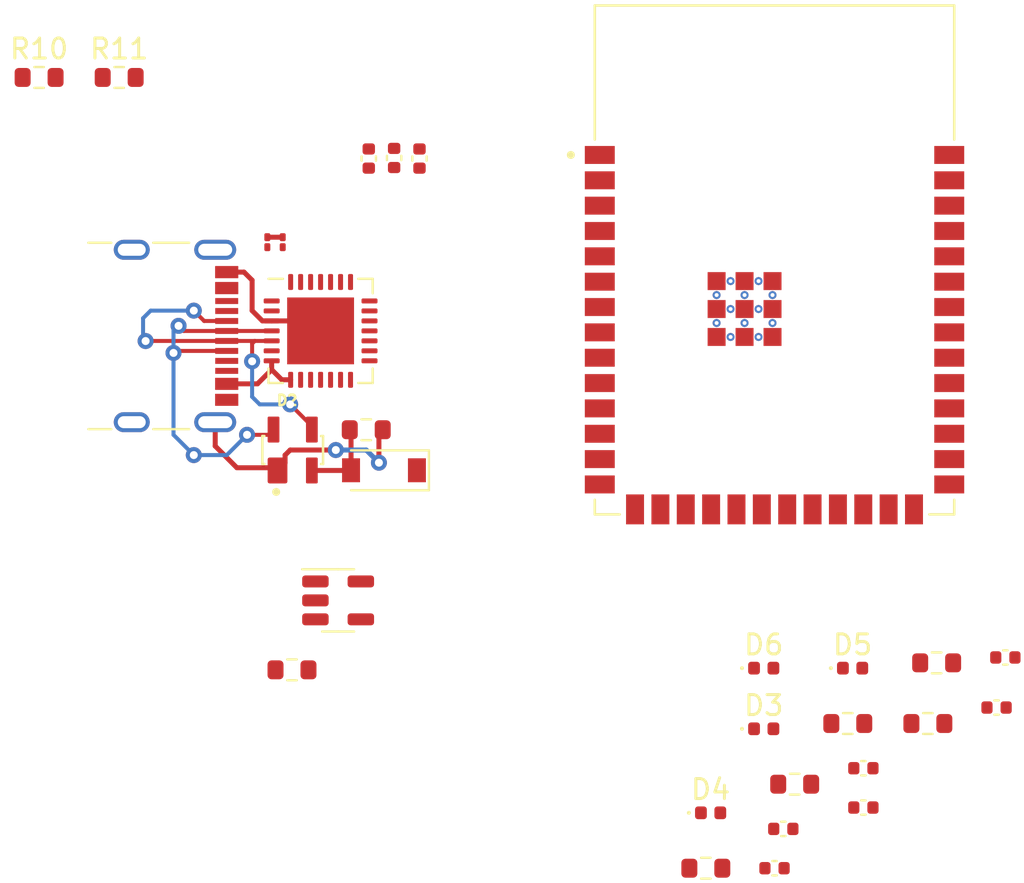
<source format=kicad_pcb>
(kicad_pcb (version 20211014) (generator pcbnew)
  (layers (0 "F.Cu" signal) (1 "In1.Cu" signal) (2 "In2.Cu" signal) (31 "B.Cu" signal) (34 "B.Paste" user) (35 "F.Paste" user) (36 "B.SilkS" user "B.Silkscreen") (37 "F.SilkS" user "F.Silkscreen") (38 "B.Mask" user) (39 "F.Mask" user) (44 "Edge.Cuts" user))
  (net 0 "")
  (net 1 "USB_VDD")
  (net 2 "3v3")
  (net 3 "DTR")
  (net 25 "Net-(C4-Pad1)")
  (net 26 "Net-(C7-Pad1)")
  (net 42 "Net-(J1-PadA5)")
  (net 43 "Net-(J1-PadB5)")
  (net 44 "USB_D-")
  (net 45 "USB_D+")
  (net 46 "TXT")
  (net 47 "VBUS")
  (net 48 "Net-(R3-Pad2)")
  (net 50 "Net-(D3-Pad2)")
  (net 51 "RXT")
  (net 52 "Net-(D4-Pad2)")
  (net 53 "Net-(D5-Pad2)")
  (net 54 "Net-(D6-Pad2)")
  (net 55 "Net-(R5-Pad1)")
  (net 56 "USB_TXD")
  (net 57 "USB_RXD")
  (net 72 "Net-(Q1-Pad1)")
  (net 74 "RTS")
  (net 75 "Net-(Q2-Pad1)")
  (net 76 "EN")
  (footprint "LED_SMD:LED_0402_1005Metric" (layer "F.Cu") (at 83.28 83.955)
    (fp_text reference "D6" (at 0 -1.17) (layer "F.SilkS"))
    (fp_text value "LED")
    (fp_circle (center -1.09 0) (end -1.04 0) (layer "F.SilkS") (width 0.1) (fill none))
    (pad "1" smd roundrect (at -0.485 0) (size 0.59 0.64) (layers "F.Cu" "F.Paste" "F.Mask") (net 1 "USB_VDD"))
    (pad "2" smd roundrect (at 0.485 0) (size 0.59 0.64) (layers "F.Cu" "F.Paste" "F.Mask") (net 54 "Net-(D6-Pad2)"))
  )
  (footprint "Resistor_SMD:R_0603_1608Metric" (layer "F.Cu") (at 59.655 84.04)
    (fp_text reference "R3" hide)
    (fp_text value "100k" hide)
    (fp_line (start -0.237258 -0.5225) (end 0.237258 -0.5225) (layer "F.SilkS") (width 0.12))
    (fp_line (start -0.237258 0.5225) (end 0.237258 0.5225) (layer "F.SilkS") (width 0.12))
    (pad "1" smd roundrect (at -0.825 0) (size 0.8 0.95) (layers "F.Cu" "F.Paste" "F.Mask") (net 26 "Net-(C7-Pad1)"))
    (pad "2" smd roundrect (at 0.825 0) (size 0.8 0.95) (layers "F.Cu" "F.Paste" "F.Mask") (net 48 "Net-(R3-Pad2)"))
  )
  (footprint "Resistor_SMD:R_0603_1608Metric" (layer "F.Cu") (at 46.99 54.356)
    (fp_text reference "R10" (at 0 -1.43) (layer "F.SilkS"))
    (fp_text value "100k")
    (fp_line (start -0.237258 0.5225) (end 0.237258 0.5225) (layer "F.SilkS") (width 0.12))
    (fp_line (start -0.237258 -0.5225) (end 0.237258 -0.5225) (layer "F.SilkS") (width 0.12))
    (pad "1" smd roundrect (at -0.825 0) (size 0.8 0.95) (layers "F.Cu" "F.Paste" "F.Mask") (net 3 "DTR"))
    (pad "2" smd roundrect (at 0.825 0) (size 0.8 0.95) (layers "F.Cu" "F.Paste" "F.Mask") (net 72 "Net-(Q1-Pad1)"))
  )
  (footprint "Capacitor_SMD:C_0402_1005Metric" (layer "F.Cu") (at 94.94 85.93)
    (fp_text reference "C9" hide)
    (fp_text value "1uf" hide)
    (fp_line (start -0.107836 -0.36) (end 0.107836 -0.36) (layer "F.SilkS") (width 0.12))
    (fp_line (start -0.107836 0.36) (end 0.107836 0.36) (layer "F.SilkS") (width 0.12))
    (pad "1" smd roundrect (at -0.48 0) (size 0.56 0.62) (layers "F.Cu" "F.Paste" "F.Mask") (net 47 "VBUS"))
    (pad "2" smd roundrect (at 0.48 0) (size 0.56 0.62) (layers "F.Cu" "F.Paste" "F.Mask") (net 1 "USB_VDD"))
  )
  (footprint "SP0503BAHTG:SOT143" (layer "F.Cu") (at 59.69 73.025)
    (fp_text reference "D2" (at -0.280513 -2.488546) (layer "F.SilkS") (effects (font (size 0.512749 0.512749))))
    (fp_text value "SP0503BAHTG")
    (fp_line (start 1.52 -0.7) (end 1.52 0.7) (layer "F.SilkS") (width 0.127))
    (fp_line (start -1.52 0.7) (end -1.42 0.7) (layer "F.SilkS") (width 0.127))
    (fp_line (start 1.52 -0.7) (end 1.42 -0.7) (layer "F.SilkS") (width 0.127))
    (fp_line (start -1.52 -0.7) (end -1.52 0.7) (layer "F.SilkS") (width 0.127))
    (fp_line (start 1.52 0.7) (end 1.42 0.7) (layer "F.SilkS") (width 0.127))
    (fp_line (start -1.52 -0.7) (end -1.42 -0.7) (layer "F.SilkS") (width 0.127))
    (fp_circle (center -0.827 2.1) (end -0.727 2.1) (layer "F.SilkS") (width 0.2) (fill none))
    (pad "1" smd roundrect locked (at -0.76 1.025) (size 0.99 1.3) (layers "F.Cu" "F.Paste" "F.Mask") (roundrect_rratio 0.1) (net 1 "USB_VDD"))
    (pad "2" smd roundrect locked (at 0.96 1.025) (size 0.59 1.3) (layers "F.Cu" "F.Paste" "F.Mask") (roundrect_rratio 0.1) (net 47 "VBUS"))
    (pad "3" smd roundrect locked (at 0.96 -1.025) (size 0.59 1.3) (layers "F.Cu" "F.Paste" "F.Mask") (roundrect_rratio 0.1) (net 44 "USB_D-"))
    (pad "4" smd roundrect locked (at -0.96 -1.025) (size 0.59 1.3) (layers "F.Cu" "F.Paste" "F.Mask") (roundrect_rratio 0.1) (net 45 "USB_D+"))
  )
  (footprint "Capacitor_SMD:C_0402_1005Metric" (layer "F.Cu") (at 88.27 88.97)
    (fp_text reference "C5" hide)
    (fp_text value "0.1uf" hide)
    (fp_line (start -0.107836 -0.36) (end 0.107836 -0.36) (layer "F.SilkS") (width 0.12))
    (fp_line (start -0.107836 0.36) (end 0.107836 0.36) (layer "F.SilkS") (width 0.12))
    (pad "1" smd roundrect (at -0.48 0) (size 0.56 0.62) (layers "F.Cu" "F.Paste" "F.Mask") (net 1 "USB_VDD"))
    (pad "2" smd roundrect (at 0.48 0) (size 0.56 0.62) (layers "F.Cu" "F.Paste" "F.Mask") (net 47 "VBUS"))
  )
  (footprint "Package_TO_SOT_SMD:SOT-23-5" (layer "F.Cu") (at 61.965 80.56)
    (fp_text reference "U2" hide)
    (fp_text value "AP2112K-3.3" hide)
    (fp_line (start 0 -1.56) (end 0.8 -1.56) (layer "F.SilkS") (width 0.12))
    (fp_line (start 0 1.56) (end 0.8 1.56) (layer "F.SilkS") (width 0.12))
    (fp_line (start 0 -1.56) (end -1.8 -1.56) (layer "F.SilkS") (width 0.12))
    (fp_line (start 0 1.56) (end -0.8 1.56) (layer "F.SilkS") (width 0.12))
    (pad "1" smd roundrect (at -1.1375 -0.95) (size 1.325 0.6) (layers "F.Cu" "F.Paste" "F.Mask") (net 26 "Net-(C7-Pad1)"))
    (pad "2" smd roundrect (at -1.1375 0) (size 1.325 0.6) (layers "F.Cu" "F.Paste" "F.Mask") (net 1 "USB_VDD"))
    (pad "3" smd roundrect (at -1.1375 0.95) (size 1.325 0.6) (layers "F.Cu" "F.Paste" "F.Mask") (net 48 "Net-(R3-Pad2)"))
    (pad "4" smd roundrect (at 1.1375 0.95) (size 1.325 0.6) (layers "F.Cu" "F.Paste" "F.Mask"))
    (pad "5" smd roundrect (at 1.1375 -0.95) (size 1.325 0.6) (layers "F.Cu" "F.Paste" "F.Mask") (net 2 "3v3"))
  )
  (footprint "Capacitor_SMD:C_0402_1005Metric" (layer "F.Cu") (at 83.82 93.98)
    (fp_text reference "C4" hide)
    (fp_text value "0.1uf" hide)
    (fp_line (start -0.107836 0.36) (end 0.107836 0.36) (layer "F.SilkS") (width 0.12))
    (fp_line (start -0.107836 -0.36) (end 0.107836 -0.36) (layer "F.SilkS") (width 0.12))
    (pad "1" smd roundrect (at -0.48 0) (size 0.56 0.62) (layers "F.Cu" "F.Paste" "F.Mask") (net 25 "Net-(C4-Pad1)"))
    (pad "2" smd roundrect (at 0.48 0) (size 0.56 0.62) (layers "F.Cu" "F.Paste" "F.Mask") (net 1 "USB_VDD"))
  )
  (footprint "Resistor_SMD:R_01005_0402Metric" (layer "F.Cu") (at 59.19 62.611 90)
    (fp_text reference "R2" hide)
    (fp_text value "5k1" hide)
    (pad "1" smd roundrect (at -0.25 0 90) (size 0.4 0.3) (layers "F.Cu" "F.Mask") (net 43 "Net-(J1-PadB5)"))
    (pad "2" smd roundrect (at 0.25 0 90) (size 0.4 0.3) (layers "F.Cu" "F.Mask") (net 1 "USB_VDD"))
  )
  (footprint "LED_SMD:LED_0402_1005Metric" (layer "F.Cu") (at 80.62 91.205)
    (fp_text reference "D4" (at 0 -1.17) (layer "F.SilkS"))
    (fp_text value "LED")
    (fp_circle (center -1.09 0) (end -1.04 0) (layer "F.SilkS") (width 0.1) (fill none))
    (pad "1" smd roundrect (at -0.485 0) (size 0.59 0.64) (layers "F.Cu" "F.Paste" "F.Mask") (net 51 "RXT"))
    (pad "2" smd roundrect (at 0.485 0) (size 0.59 0.64) (layers "F.Cu" "F.Paste" "F.Mask") (net 52 "Net-(D4-Pad2)"))
  )
  (footprint "Capacitor_SMD:C_0402_1005Metric" (layer "F.Cu") (at 84.26 92.01)
    (fp_text reference "C8" hide)
    (fp_text value "10uf" hide)
    (fp_line (start -0.107836 0.36) (end 0.107836 0.36) (layer "F.SilkS") (width 0.12))
    (fp_line (start -0.107836 -0.36) (end 0.107836 -0.36) (layer "F.SilkS") (width 0.12))
    (pad "1" smd roundrect (at -0.48 0) (size 0.56 0.62) (layers "F.Cu" "F.Paste" "F.Mask") (net 2 "3v3"))
    (pad "2" smd roundrect (at 0.48 0) (size 0.56 0.62) (layers "F.Cu" "F.Paste" "F.Mask") (net 1 "USB_VDD"))
  )
  (footprint "Capacitor_SMD:C_0402_1005Metric" (layer "F.Cu") (at 64.77 58.39 90)
    (fp_text reference "C2" hide)
    (fp_text value "1uf" hide)
    (fp_line (start -0.107836 0.36) (end 0.107836 0.36) (layer "F.SilkS") (width 0.12))
    (fp_line (start -0.107836 -0.36) (end 0.107836 -0.36) (layer "F.SilkS") (width 0.12))
    (pad "1" smd roundrect (at -0.48 0 90) (size 0.56 0.62) (layers "F.Cu" "F.Paste" "F.Mask") (net 2 "3v3"))
    (pad "2" smd roundrect (at 0.48 0 90) (size 0.56 0.62) (layers "F.Cu" "F.Paste" "F.Mask") (net 1 "USB_VDD"))
  )
  (footprint "Resistor_SMD:R_0603_1608Metric" (layer "F.Cu") (at 91.94 83.69)
    (fp_text reference "R6" hide)
    (fp_text value "1k1" hide)
    (fp_line (start -0.237258 0.5225) (end 0.237258 0.5225) (layer "F.SilkS") (width 0.12))
    (fp_line (start -0.237258 -0.5225) (end 0.237258 -0.5225) (layer "F.SilkS") (width 0.12))
    (pad "1" smd roundrect (at -0.825 0) (size 0.8 0.95) (layers "F.Cu" "F.Paste" "F.Mask") (net 50 "Net-(D3-Pad2)"))
    (pad "2" smd roundrect (at 0.825 0) (size 0.8 0.95) (layers "F.Cu" "F.Paste" "F.Mask") (net 1 "USB_VDD"))
  )
  (footprint "Resistor_SMD:R_0603_1608Metric" (layer "F.Cu") (at 87.49 86.73)
    (fp_text reference "R8" hide)
    (fp_text value "1k1" hide)
    (fp_line (start -0.237258 0.5225) (end 0.237258 0.5225) (layer "F.SilkS") (width 0.12))
    (fp_line (start -0.237258 -0.5225) (end 0.237258 -0.5225) (layer "F.SilkS") (width 0.12))
    (pad "1" smd roundrect (at -0.825 0) (size 0.8 0.95) (layers "F.Cu" "F.Paste" "F.Mask") (net 53 "Net-(D5-Pad2)"))
    (pad "2" smd roundrect (at 0.825 0) (size 0.8 0.95) (layers "F.Cu" "F.Paste" "F.Mask") (net 2 "3v3"))
  )
  (footprint "Diode_SMD:D_SOD-123" (layer "F.Cu") (at 64.262 74.041 180)
    (fp_text reference "D1" hide)
    (fp_text value "MBR0540" hide)
    (fp_line (start -2.25 1) (end 1.65 1) (layer "F.SilkS") (width 0.12))
    (fp_line (start -2.25 -1) (end -2.25 1) (layer "F.SilkS") (width 0.12))
    (fp_line (start -2.25 -1) (end 1.65 -1) (layer "F.SilkS") (width 0.12))
    (pad "1" smd rect (at -1.65 0 180) (size 0.9 1.2) (layers "F.Cu" "F.Paste" "F.Mask") (net 26 "Net-(C7-Pad1)"))
    (pad "2" smd rect (at 1.65 0 180) (size 0.9 1.2) (layers "F.Cu" "F.Paste" "F.Mask") (net 47 "VBUS"))
  )
  (footprint "Capacitor_SMD:C_0402_1005Metric" (layer "F.Cu") (at 88.27 90.94)
    (fp_text reference "C7" hide)
    (fp_text value "10uf" hide)
    (fp_line (start -0.107836 -0.36) (end 0.107836 -0.36) (layer "F.SilkS") (width 0.12))
    (fp_line (start -0.107836 0.36) (end 0.107836 0.36) (layer "F.SilkS") (width 0.12))
    (pad "1" smd roundrect (at -0.48 0) (size 0.56 0.62) (layers "F.Cu" "F.Paste" "F.Mask") (net 26 "Net-(C7-Pad1)"))
    (pad "2" smd roundrect (at 0.48 0) (size 0.56 0.62) (layers "F.Cu" "F.Paste" "F.Mask") (net 1 "USB_VDD"))
  )
  (footprint "Resistor_SMD:R_0603_1608Metric" (layer "F.Cu") (at 91.5 86.73)
    (fp_text reference "R7" hide)
    (fp_text value "1k1" hide)
    (fp_line (start -0.237258 -0.5225) (end 0.237258 -0.5225) (layer "F.SilkS") (width 0.12))
    (fp_line (start -0.237258 0.5225) (end 0.237258 0.5225) (layer "F.SilkS") (width 0.12))
    (pad "1" smd roundrect (at -0.825 0) (size 0.8 0.95) (layers "F.Cu" "F.Paste" "F.Mask") (net 52 "Net-(D4-Pad2)"))
    (pad "2" smd roundrect (at 0.825 0) (size 0.8 0.95) (layers "F.Cu" "F.Paste" "F.Mask") (net 1 "USB_VDD"))
  )
  (footprint "Resistor_SMD:R_01005_0402Metric" (layer "F.Cu") (at 58.42 62.611 90)
    (fp_text reference "R1" hide)
    (fp_text value "5k1" hide)
    (pad "1" smd roundrect (at -0.25 0 90) (size 0.4 0.3) (layers "F.Cu" "F.Mask") (net 42 "Net-(J1-PadA5)"))
    (pad "2" smd roundrect (at 0.25 0 90) (size 0.4 0.3) (layers "F.Cu" "F.Mask") (net 1 "USB_VDD"))
  )
  (footprint "Connector_USB:USB_C_Receptacle_GCT_USB4105-xx-A_16P_TopMnt_Horizontal" (layer "F.Cu") (at 52.705 67.31 -90)
    (fp_text reference "J1" hide)
    (fp_text value "USB_C_Receptacle_USB2.0" hide)
    (fp_line (start 4.67 0) (end 4.67 -1.8) (layer "F.SilkS") (width 0.12))
    (fp_line (start -4.67 0) (end -4.67 -1.8) (layer "F.SilkS") (width 0.12))
    (fp_line (start 4.67 2.1) (end 4.67 3.25) (layer "F.SilkS") (width 0.12))
    (fp_line (start -4.67 2.1) (end -4.67 3.25) (layer "F.SilkS") (width 0.12))
    (pad "" np_thru_hole circle (at 2.89 -2.605 270) (size 0.65 0.65) (drill 0.65) (layers F&B.Cu *.Mask))
    (pad "" np_thru_hole circle (at -2.89 -2.605 270) (size 0.65 0.65) (drill 0.65) (layers F&B.Cu *.Mask))
    (pad "A1" smd rect (at -3.2 -3.68 270) (size 0.6 1.15) (layers "F.Cu" "F.Paste" "F.Mask") (net 1 "USB_VDD"))
    (pad "A4" smd rect (at -2.4 -3.68 270) (size 0.6 1.15) (layers "F.Cu" "F.Paste" "F.Mask") (net 47 "VBUS"))
    (pad "A5" smd rect (at -1.25 -3.68 270) (size 0.3 1.15) (layers "F.Cu" "F.Paste" "F.Mask") (net 42 "Net-(J1-PadA5)"))
    (pad "A6" smd rect (at -0.25 -3.68 270) (size 0.3 1.15) (layers "F.Cu" "F.Paste" "F.Mask") (net 45 "USB_D+"))
    (pad "A7" smd rect (at 0.25 -3.68 270) (size 0.3 1.15) (layers "F.Cu" "F.Paste" "F.Mask") (net 44 "USB_D-"))
    (pad "A8" smd rect (at 1.25 -3.68 270) (size 0.3 1.15) (layers "F.Cu" "F.Paste" "F.Mask"))
    (pad "A9" smd rect (at 2.4 -3.68 270) (size 0.6 1.15) (layers "F.Cu" "F.Paste" "F.Mask") (net 47 "VBUS"))
    (pad "A12" smd rect (at 3.2 -3.68 270) (size 0.6 1.15) (layers "F.Cu" "F.Paste" "F.Mask") (net 1 "USB_VDD"))
    (pad "B1" smd rect (at 3.2 -3.68 270) (size 0.6 1.15) (layers "F.Cu" "F.Paste" "F.Mask") (net 1 "USB_VDD"))
    (pad "B4" smd rect (at 2.4 -3.68 270) (size 0.6 1.15) (layers "F.Cu" "F.Paste" "F.Mask") (net 47 "VBUS"))
    (pad "B5" smd rect (at 1.75 -3.68 270) (size 0.3 1.15) (layers "F.Cu" "F.Paste" "F.Mask") (net 43 "Net-(J1-PadB5)"))
    (pad "B6" smd rect (at 0.75 -3.68 270) (size 0.3 1.15) (layers "F.Cu" "F.Paste" "F.Mask") (net 45 "USB_D+"))
    (pad "B7" smd rect (at -0.75 -3.68 270) (size 0.3 1.15) (layers "F.Cu" "F.Paste" "F.Mask") (net 44 "USB_D-"))
    (pad "B8" smd rect (at -1.75 -3.68 270) (size 0.3 1.15) (layers "F.Cu" "F.Paste" "F.Mask"))
    (pad "B9" smd rect (at -2.4 -3.68 270) (size 0.6 1.15) (layers "F.Cu" "F.Paste" "F.Mask") (net 47 "VBUS"))
    (pad "B12" smd rect (at -3.2 -3.68 270) (size 0.6 1.15) (layers "F.Cu" "F.Paste" "F.Mask") (net 1 "USB_VDD"))
    (pad "S1" thru_hole oval (at 4.32 1.075 270) (size 1 1.8) (drill oval 0.6 1.4) (layers *.Cu *.Mask) (net 1 "USB_VDD"))
    (pad "S1" thru_hole oval (at -4.32 1.075 270) (size 1 1.8) (drill oval 0.6 1.4) (layers *.Cu *.Mask) (net 1 "USB_VDD"))
    (pad "S1" thru_hole oval (at 4.32 -3.105 270) (size 1 2.1) (drill oval 0.6 1.7) (layers *.Cu *.Mask) (net 1 "USB_VDD"))
    (pad "S1" thru_hole oval (at -4.32 -3.105 270) (size 1 2.1) (drill oval 0.6 1.7) (layers *.Cu *.Mask) (net 1 "USB_VDD"))
  )
  (footprint "Resistor_SMD:R_0603_1608Metric" (layer "F.Cu") (at 80.38 93.98)
    (fp_text reference "R5" hide)
    (fp_text value "1k1" hide)
    (fp_line (start -0.237258 0.5225) (end 0.237258 0.5225) (layer "F.SilkS") (width 0.12))
    (fp_line (start -0.237258 -0.5225) (end 0.237258 -0.5225) (layer "F.SilkS") (width 0.12))
    (pad "1" smd roundrect (at -0.825 0) (size 0.8 0.95) (layers "F.Cu" "F.Paste" "F.Mask") (net 55 "Net-(R5-Pad1)"))
    (pad "2" smd roundrect (at 0.825 0) (size 0.8 0.95) (layers "F.Cu" "F.Paste" "F.Mask") (net 25 "Net-(C4-Pad1)"))
  )
  (footprint "ESP32-S3-WROOM-1-N4R2:XCVR_ESP32-S3-WROOM-1-N4R2" (layer "F.Cu") (at 83.82 63.5)
    (fp_text reference "U1" hide)
    (fp_text value "ESP32-S3-WROOM-1-N4R2" hide)
    (fp_line (start -9 -6.03) (end -9 -12.75) (layer "F.SilkS") (width 0.127))
    (fp_line (start -9 12.02) (end -9 12.75) (layer "F.SilkS") (width 0.127))
    (fp_line (start 9 -12.75) (end 9 -6.03) (layer "F.SilkS") (width 0.127))
    (fp_line (start 9 12.02) (end 9 12.75) (layer "F.SilkS") (width 0.127))
    (fp_line (start -9 -12.75) (end 9 -12.75) (layer "F.SilkS") (width 0.127))
    (fp_line (start -9 12.75) (end -7.755 12.75) (layer "F.SilkS") (width 0.127))
    (fp_line (start 9 12.75) (end 7.755 12.75) (layer "F.SilkS") (width 0.127))
    (fp_circle (center -10.2 -5.26) (end -10.1 -5.26) (layer "F.SilkS") (width 0.2) (fill none))
    (pad "1" smd rect locked (at -8.75 -5.26) (size 1.5 0.9) (layers "F.Cu" "F.Paste" "F.Mask") (net 1 "USB_VDD"))
    (pad "2" smd rect locked (at -8.75 -3.99) (size 1.5 0.9) (layers "F.Cu" "F.Paste" "F.Mask") (net 2 "3v3"))
    (pad "3" smd rect locked (at -8.75 -2.72) (size 1.5 0.9) (layers "F.Cu" "F.Paste" "F.Mask") (net 76 "EN"))
    (pad "4" smd rect locked (at -8.75 -1.45) (size 1.5 0.9) (layers "F.Cu" "F.Paste" "F.Mask"))
    (pad "5" smd rect locked (at -8.75 -0.18) (size 1.5 0.9) (layers "F.Cu" "F.Paste" "F.Mask"))
    (pad "6" smd rect locked (at -8.75 1.09) (size 1.5 0.9) (layers "F.Cu" "F.Paste" "F.Mask"))
    (pad "7" smd rect locked (at -8.75 2.36) (size 1.5 0.9) (layers "F.Cu" "F.Paste" "F.Mask"))
    (pad "8" smd rect locked (at -8.75 3.63) (size 1.5 0.9) (layers "F.Cu" "F.Paste" "F.Mask"))
    (pad "9" smd rect locked (at -8.75 4.9) (size 1.5 0.9) (layers "F.Cu" "F.Paste" "F.Mask"))
    (pad "10" smd rect locked (at -8.75 6.17) (size 1.5 0.9) (layers "F.Cu" "F.Paste" "F.Mask"))
    (pad "11" smd rect locked (at -8.75 7.44) (size 1.5 0.9) (layers "F.Cu" "F.Paste" "F.Mask"))
    (pad "12" smd rect locked (at -8.75 8.71) (size 1.5 0.9) (layers "F.Cu" "F.Paste" "F.Mask"))
    (pad "13" smd rect locked (at -8.75 9.98) (size 1.5 0.9) (layers "F.Cu" "F.Paste" "F.Mask"))
    (pad "14" smd rect locked (at -8.75 11.25) (size 1.5 0.9) (layers "F.Cu" "F.Paste" "F.Mask"))
    (pad "15" smd rect locked (at -6.985 12.5) (size 0.9 1.5) (layers "F.Cu" "F.Paste" "F.Mask"))
    (pad "16" smd rect locked (at -5.715 12.5) (size 0.9 1.5) (layers "F.Cu" "F.Paste" "F.Mask"))
    (pad "17" smd rect locked (at -4.445 12.5) (size 0.9 1.5) (layers "F.Cu" "F.Paste" "F.Mask"))
    (pad "18" smd rect locked (at -3.175 12.5) (size 0.9 1.5) (layers "F.Cu" "F.Paste" "F.Mask"))
    (pad "19" smd rect locked (at -1.905 12.5) (size 0.9 1.5) (layers "F.Cu" "F.Paste" "F.Mask"))
    (pad "20" smd rect locked (at -0.635 12.5) (size 0.9 1.5) (layers "F.Cu" "F.Paste" "F.Mask"))
    (pad "21" smd rect locked (at 0.635 12.5) (size 0.9 1.5) (layers "F.Cu" "F.Paste" "F.Mask"))
    (pad "22" smd rect locked (at 1.905 12.5) (size 0.9 1.5) (layers "F.Cu" "F.Paste" "F.Mask"))
    (pad "23" smd rect locked (at 3.175 12.5) (size 0.9 1.5) (layers "F.Cu" "F.Paste" "F.Mask"))
    (pad "24" smd rect locked (at 4.445 12.5) (size 0.9 1.5) (layers "F.Cu" "F.Paste" "F.Mask"))
    (pad "25" smd rect locked (at 5.715 12.5) (size 0.9 1.5) (layers "F.Cu" "F.Paste" "F.Mask"))
    (pad "26" smd rect locked (at 6.985 12.5) (size 0.9 1.5) (layers "F.Cu" "F.Paste" "F.Mask"))
    (pad "27" smd rect locked (at 8.75 11.25) (size 1.5 0.9) (layers "F.Cu" "F.Paste" "F.Mask"))
    (pad "28" smd rect locked (at 8.75 9.98) (size 1.5 0.9) (layers "F.Cu" "F.Paste" "F.Mask"))
    (pad "29" smd rect locked (at 8.75 8.71) (size 1.5 0.9) (layers "F.Cu" "F.Paste" "F.Mask"))
    (pad "30" smd rect locked (at 8.75 7.44) (size 1.5 0.9) (layers "F.Cu" "F.Paste" "F.Mask"))
    (pad "31" smd rect locked (at 8.75 6.17) (size 1.5 0.9) (layers "F.Cu" "F.Paste" "F.Mask"))
    (pad "32" smd rect locked (at 8.75 4.9) (size 1.5 0.9) (layers "F.Cu" "F.Paste" "F.Mask"))
    (pad "33" smd rect locked (at 8.75 3.63) (size 1.5 0.9) (layers "F.Cu" "F.Paste" "F.Mask"))
    (pad "34" smd rect locked (at 8.75 2.36) (size 1.5 0.9) (layers "F.Cu" "F.Paste" "F.Mask"))
    (pad "35" smd rect locked (at 8.75 1.09) (size 1.5 0.9) (layers "F.Cu" "F.Paste" "F.Mask"))
    (pad "36" smd rect locked (at 8.75 -0.18) (size 1.5 0.9) (layers "F.Cu" "F.Paste" "F.Mask") (net 56 "USB_TXD"))
    (pad "37" smd rect locked (at 8.75 -1.45) (size 1.5 0.9) (layers "F.Cu" "F.Paste" "F.Mask") (net 57 "USB_RXD"))
    (pad "38" smd rect locked (at 8.75 -2.72) (size 1.5 0.9) (layers "F.Cu" "F.Paste" "F.Mask"))
    (pad "39" smd rect locked (at 8.75 -3.99) (size 1.5 0.9) (layers "F.Cu" "F.Paste" "F.Mask"))
    (pad "40" smd rect locked (at 8.75 -5.26) (size 1.5 0.9) (layers "F.Cu" "F.Paste" "F.Mask") (net 1 "USB_VDD"))
    (pad "41_1" smd rect locked (at -1.5 2.46) (size 0.9 0.9) (layers "F.Cu" "F.Paste" "F.Mask") (net 1 "USB_VDD"))
    (pad "41_2" smd rect locked (at -2.9 2.46) (size 0.9 0.9) (layers "F.Cu" "F.Paste" "F.Mask") (net 1 "USB_VDD"))
    (pad "41_3" smd rect locked (at -0.1 2.46) (size 0.9 0.9) (layers "F.Cu" "F.Paste" "F.Mask") (net 1 "USB_VDD"))
    (pad "41_4" smd rect locked (at -2.9 3.86) (size 0.9 0.9) (layers "F.Cu" "F.Paste" "F.Mask") (net 1 "USB_VDD"))
    (pad "41_5" smd rect locked (at -1.5 3.86) (size 0.9 0.9) (layers "F.Cu" "F.Paste" "F.Mask") (net 1 "USB_VDD"))
    (pad "41_6" smd rect locked (at -0.1 3.86) (size 0.9 0.9) (layers "F.Cu" "F.Paste" "F.Mask") (net 1 "USB_VDD"))
    (pad "41_7" smd rect locked (at -2.9 1.06) (size 0.9 0.9) (layers "F.Cu" "F.Paste" "F.Mask") (net 1 "USB_VDD"))
    (pad "41_8" smd rect locked (at -1.5 1.06) (size 0.9 0.9) (layers "F.Cu" "F.Paste" "F.Mask") (net 1 "USB_VDD"))
    (pad "41_9" smd rect locked (at -0.1 1.06) (size 0.9 0.9) (layers "F.Cu" "F.Paste" "F.Mask") (net 1 "USB_VDD"))
    (pad "41_10" thru_hole circle locked (at -1.5 1.76) (size 0.4 0.4) (drill 0.2) (layers *.Cu))
    (pad "41_11" thru_hole circle locked (at -2.9 1.76) (size 0.4 0.4) (drill 0.2) (layers *.Cu))
    (pad "41_12" thru_hole circle locked (at -0.1 1.76) (size 0.4 0.4) (drill 0.2) (layers *.Cu))
    (pad "41_13" thru_hole circle locked (at -2.9 3.16) (size 0.4 0.4) (drill 0.2) (layers *.Cu))
    (pad "41_14" thru_hole circle locked (at -1.5 3.16) (size 0.4 0.4) (drill 0.2) (layers *.Cu))
    (pad "41_15" thru_hole circle locked (at -0.1 3.16) (size 0.4 0.4) (drill 0.2) (layers *.Cu))
    (pad "41_16" thru_hole circle locked (at -2.2 1.06) (size 0.4 0.4) (drill 0.2) (layers *.Cu))
    (pad "41_17" thru_hole circle locked (at -0.8 1.06) (size 0.4 0.4) (drill 0.2) (layers *.Cu))
    (pad "41_18" thru_hole circle locked (at -2.2 2.46) (size 0.4 0.4) (drill 0.2) (layers *.Cu))
    (pad "41_19" thru_hole circle locked (at -0.8 2.46) (size 0.4 0.4) (drill 0.2) (layers *.Cu))
    (pad "41_20" thru_hole circle locked (at -2.2 3.86) (size 0.4 0.4) (drill 0.2) (layers *.Cu))
    (pad "41_21" thru_hole circle locked (at -0.8 3.86) (size 0.4 0.4) (drill 0.2) (layers *.Cu))
  )
  (footprint "Capacitor_SMD:C_0402_1005Metric" (layer "F.Cu") (at 63.5 58.42 90)
    (fp_text reference "C3" hide)
    (fp_text value "10uf" hide)
    (fp_line (start -0.107836 0.36) (end 0.107836 0.36) (layer "F.SilkS") (width 0.12))
    (fp_line (start -0.107836 -0.36) (end 0.107836 -0.36) (layer "F.SilkS") (width 0.12))
    (pad "1" smd roundrect (at -0.48 0 90) (size 0.56 0.62) (layers "F.Cu" "F.Paste" "F.Mask") (net 2 "3v3"))
    (pad "2" smd roundrect (at 0.48 0 90) (size 0.56 0.62) (layers "F.Cu" "F.Paste" "F.Mask") (net 1 "USB_VDD"))
  )
  (footprint "Package_DFN_QFN:QFN-28-1EP_5x5mm_P0.5mm_EP3.35x3.35mm" (layer "F.Cu") (at 61.087 67.056)
    (fp_text reference "U3" hide)
    (fp_text value "CP2102N-Axx-xQFN28" hide)
    (fp_line (start 1.885 2.61) (end 2.61 2.61) (layer "F.SilkS") (width 0.12))
    (fp_line (start 2.61 -2.61) (end 2.61 -1.885) (layer "F.SilkS") (width 0.12))
    (fp_line (start -1.885 -2.61) (end -2.61 -2.61) (layer "F.SilkS") (width 0.12))
    (fp_line (start 2.61 2.61) (end 2.61 1.885) (layer "F.SilkS") (width 0.12))
    (fp_line (start -2.61 2.61) (end -2.61 1.885) (layer "F.SilkS") (width 0.12))
    (fp_line (start 1.885 -2.61) (end 2.61 -2.61) (layer "F.SilkS") (width 0.12))
    (fp_line (start -1.885 2.61) (end -2.61 2.61) (layer "F.SilkS") (width 0.12))
    (pad "1" smd roundrect (at -2.45 -1.5) (size 0.8 0.25) (layers "F.Cu" "F.Paste" "F.Mask"))
    (pad "2" smd roundrect (at -2.45 -1) (size 0.8 0.25) (layers "F.Cu" "F.Paste" "F.Mask"))
    (pad "3" smd roundrect (at -2.45 -0.5) (size 0.8 0.25) (layers "F.Cu" "F.Paste" "F.Mask") (net 1 "USB_VDD"))
    (pad "4" smd roundrect (at -2.45 0) (size 0.8 0.25) (layers "F.Cu" "F.Paste" "F.Mask") (net 45 "USB_D+"))
    (pad "5" smd roundrect (at -2.45 0.5) (size 0.8 0.25) (layers "F.Cu" "F.Paste" "F.Mask") (net 44 "USB_D-"))
    (pad "6" smd roundrect (at -2.45 1) (size 0.8 0.25) (layers "F.Cu" "F.Paste" "F.Mask") (net 25 "Net-(C4-Pad1)"))
    (pad "7" smd roundrect (at -2.45 1.5) (size 0.8 0.25) (layers "F.Cu" "F.Paste" "F.Mask") (net 47 "VBUS"))
    (pad "8" smd roundrect (at -1.5 2.45) (size 0.25 0.8) (layers "F.Cu" "F.Paste" "F.Mask") (net 47 "VBUS"))
    (pad "9" smd roundrect (at -1 2.45) (size 0.25 0.8) (layers "F.Cu" "F.Paste" "F.Mask") (net 55 "Net-(R5-Pad1)"))
    (pad "10" smd roundrect (at -0.5 2.45) (size 0.25 0.8) (layers "F.Cu" "F.Paste" "F.Mask"))
    (pad "11" smd roundrect (at 0 2.45) (size 0.25 0.8) (layers "F.Cu" "F.Paste" "F.Mask"))
    (pad "12" smd roundrect (at 0.5 2.45) (size 0.25 0.8) (layers "F.Cu" "F.Paste" "F.Mask"))
    (pad "13" smd roundrect (at 1 2.45) (size 0.25 0.8) (layers "F.Cu" "F.Paste" "F.Mask"))
    (pad "14" smd roundrect (at 1.5 2.45) (size 0.25 0.8) (layers "F.Cu" "F.Paste" "F.Mask"))
    (pad "15" smd roundrect (at 2.45 1.5) (size 0.8 0.25) (layers "F.Cu" "F.Paste" "F.Mask"))
    (pad "16" smd roundrect (at 2.45 1) (size 0.8 0.25) (layers "F.Cu" "F.Paste" "F.Mask"))
    (pad "17" smd roundrect (at 2.45 0.5) (size 0.8 0.25) (layers "F.Cu" "F.Paste" "F.Mask"))
    (pad "18" smd roundrect (at 2.45 0) (size 0.8 0.25) (layers "F.Cu" "F.Paste" "F.Mask") (net 51 "RXT"))
    (pad "19" smd roundrect (at 2.45 -0.5) (size 0.8 0.25) (layers "F.Cu" "F.Paste" "F.Mask") (net 46 "TXT"))
    (pad "20" smd roundrect (at 2.45 -1) (size 0.8 0.25) (layers "F.Cu" "F.Paste" "F.Mask"))
    (pad "21" smd roundrect (at 2.45 -1.5) (size 0.8 0.25) (layers "F.Cu" "F.Paste" "F.Mask"))
    (pad "22" smd roundrect (at 1.5 -2.45) (size 0.25 0.8) (layers "F.Cu" "F.Paste" "F.Mask"))
    (pad "23" smd roundrect (at 1 -2.45) (size 0.25 0.8) (layers "F.Cu" "F.Paste" "F.Mask"))
    (pad "24" smd roundrect (at 0.5 -2.45) (size 0.25 0.8) (layers "F.Cu" "F.Paste" "F.Mask") (net 74 "RTS"))
    (pad "25" smd roundrect (at 0 -2.45) (size 0.25 0.8) (layers "F.Cu" "F.Paste" "F.Mask") (net 57 "USB_RXD"))
    (pad "26" smd roundrect (at -0.5 -2.45) (size 0.25 0.8) (layers "F.Cu" "F.Paste" "F.Mask") (net 56 "USB_TXD"))
    (pad "27" smd roundrect (at -1 -2.45) (size 0.25 0.8) (layers "F.Cu" "F.Paste" "F.Mask"))
    (pad "28" smd roundrect (at -1.5 -2.45) (size 0.25 0.8) (layers "F.Cu" "F.Paste" "F.Mask") (net 3 "DTR"))
    (pad "29" smd rect (at 0 0) (size 3.35 3.35) (layers "F.Cu" "F.Mask") (net 1 "USB_VDD"))
  )
  (footprint "Capacitor_SMD:C_0402_1005Metric" (layer "F.Cu") (at 95.38 83.42)
    (fp_text reference "C6" hide)
    (fp_text value "0.1uf" hide)
    (fp_line (start -0.107836 0.36) (end 0.107836 0.36) (layer "F.SilkS") (width 0.12))
    (fp_line (start -0.107836 -0.36) (end 0.107836 -0.36) (layer "F.SilkS") (width 0.12))
    (pad "1" smd roundrect (at -0.48 0) (size 0.56 0.62) (layers "F.Cu" "F.Paste" "F.Mask") (net 1 "USB_VDD"))
    (pad "2" smd roundrect (at 0.48 0) (size 0.56 0.62) (layers "F.Cu" "F.Paste" "F.Mask") (net 47 "VBUS"))
  )
  (footprint "Resistor_SMD:R_0603_1608Metric" (layer "F.Cu") (at 63.373 72.009 180)
    (fp_text reference "R4" hide)
    (fp_text value "100k" hide)
    (fp_line (start -0.237258 -0.5225) (end 0.237258 -0.5225) (layer "F.SilkS") (width 0.12))
    (fp_line (start -0.237258 0.5225) (end 0.237258 0.5225) (layer "F.SilkS") (width 0.12))
    (pad "1" smd roundrect (at -0.825 0 180) (size 0.8 0.95) (layers "F.Cu" "F.Paste" "F.Mask") (net 1 "USB_VDD"))
    (pad "2" smd roundrect (at 0.825 0 180) (size 0.8 0.95) (layers "F.Cu" "F.Paste" "F.Mask") (net 47 "VBUS"))
  )
  (footprint "Resistor_SMD:R_0603_1608Metric" (layer "F.Cu") (at 84.83 89.77)
    (fp_text reference "R9" hide)
    (fp_text value "1k1" hide)
    (fp_line (start -0.237258 -0.5225) (end 0.237258 -0.5225) (layer "F.SilkS") (width 0.12))
    (fp_line (start -0.237258 0.5225) (end 0.237258 0.5225) (layer "F.SilkS") (width 0.12))
    (pad "1" smd roundrect (at -0.825 0) (size 0.8 0.95) (layers "F.Cu" "F.Paste" "F.Mask") (net 54 "Net-(D6-Pad2)"))
    (pad "2" smd roundrect (at 0.825 0) (size 0.8 0.95) (layers "F.Cu" "F.Paste" "F.Mask") (net 47 "VBUS"))
  )
  (footprint "Capacitor_SMD:C_0402_1005Metric" (layer "F.Cu") (at 66.04 58.42 90)
    (fp_text reference "C1" hide)
    (fp_text value "0.1uf" hide)
    (fp_line (start -0.107836 -0.36) (end 0.107836 -0.36) (layer "F.SilkS") (width 0.12))
    (fp_line (start -0.107836 0.36) (end 0.107836 0.36) (layer "F.SilkS") (width 0.12))
    (pad "1" smd roundrect (at -0.48 0 90) (size 0.56 0.62) (layers "F.Cu" "F.Paste" "F.Mask") (net 2 "3v3"))
    (pad "2" smd roundrect (at 0.48 0 90) (size 0.56 0.62) (layers "F.Cu" "F.Paste" "F.Mask") (net 1 "USB_VDD"))
  )
  (footprint "Resistor_SMD:R_0603_1608Metric" (layer "F.Cu") (at 51 54.356)
    (fp_text reference "R11" (at 0 -1.43) (layer "F.SilkS"))
    (fp_text value "100k")
    (fp_line (start -0.237258 -0.5225) (end 0.237258 -0.5225) (layer "F.SilkS") (width 0.12))
    (fp_line (start -0.237258 0.5225) (end 0.237258 0.5225) (layer "F.SilkS") (width 0.12))
    (pad "1" smd roundrect (at -0.825 0) (size 0.8 0.95) (layers "F.Cu" "F.Paste" "F.Mask") (net 74 "RTS"))
    (pad "2" smd roundrect (at 0.825 0) (size 0.8 0.95) (layers "F.Cu" "F.Paste" "F.Mask") (net 75 "Net-(Q2-Pad1)"))
  )
  (footprint "LED_SMD:LED_0402_1005Metric" (layer "F.Cu") (at 87.73 83.955)
    (fp_text reference "D5" (at 0 -1.17) (layer "F.SilkS"))
    (fp_text value "LED")
    (fp_circle (center -1.09 0) (end -1.04 0) (layer "F.SilkS") (width 0.1) (fill none))
    (pad "1" smd roundrect (at -0.485 0) (size 0.59 0.64) (layers "F.Cu" "F.Paste" "F.Mask") (net 1 "USB_VDD"))
    (pad "2" smd roundrect (at 0.485 0) (size 0.59 0.64) (layers "F.Cu" "F.Paste" "F.Mask") (net 53 "Net-(D5-Pad2)"))
  )
  (footprint "LED_SMD:LED_0402_1005Metric" (layer "F.Cu") (at 83.28 86.995)
    (fp_text reference "D3" (at 0 -1.17) (layer "F.SilkS"))
    (fp_text value "LED")
    (fp_circle (center -1.09 0) (end -1.04 0) (layer "F.SilkS") (width 0.1) (fill none))
    (pad "1" smd roundrect (at -0.485 0) (size 0.59 0.64) (layers "F.Cu" "F.Paste" "F.Mask") (net 46 "TXT"))
    (pad "2" smd roundrect (at 0.485 0) (size 0.59 0.64) (layers "F.Cu" "F.Paste" "F.Mask") (net 50 "Net-(D3-Pad2)"))
  )
  (segment (start 58.794 73.914) (end 56.896 73.914) (width 0.25) (layer "F.Cu") (net 1))
  (segment (start 58.637 66.556) (end 60.587 66.556) (width 0.25) (layer "F.Cu") (net 1))
  (segment (start 58.93 74.05) (end 59.309 73.671) (width 0.25) (layer "F.Cu") (net 1))
  (segment (start 64.008 72.199) (end 64.198 72.009) (width 0.25) (layer "F.Cu") (net 1))
  (segment (start 58.93 74.05) (end 58.794 73.914) (width 0.25) (layer "F.Cu") (net 1))
  (segment (start 57.252 64.11) (end 56.385 64.11) (width 0.25) (layer "F.Cu") (net 1))
  (segment (start 57.658 64.516) (end 57.252 64.11) (width 0.25) (layer "F.Cu") (net 1))
  (segment (start 58.42 62.361) (end 59.19 62.361) (width 0.25) (layer "F.Cu") (net 1))
  (segment (start 61.722 73.025) (end 61.849 73.025) (width 0.25) (layer "F.Cu") (net 1))
  (segment (start 59.309 73.279) (end 59.563 73.025) (width 0.25) (layer "F.Cu") (net 1))
  (segment (start 59.563 73.025) (end 61.722 73.025) (width 0.25) (layer "F.Cu") (net 1))
  (segment (start 55.81 72.828) (end 55.81 71.63) (width 0.25) (layer "F.Cu") (net 1))
  (segment (start 56.896 73.914) (end 55.81 72.828) (width 0.25) (layer "F.Cu") (net 1))
  (segment (start 58.174 66.556) (end 57.658 66.04) (width 0.25) (layer "F.Cu") (net 1))
  (segment (start 64.008 73.66) (end 64.008 72.199) (width 0.25) (layer "F.Cu") (net 1))
  (segment (start 58.637 66.556) (end 58.174 66.556) (width 0.25) (layer "F.Cu") (net 1))
  (segment (start 60.587 66.556) (end 61.087 67.056) (width 0.25) (layer "F.Cu") (net 1))
  (segment (start 59.309 73.671) (end 59.309 73.279) (width 0.25) (layer "F.Cu") (net 1))
  (segment (start 57.658 66.04) (end 57.658 64.516) (width 0.25) (layer "F.Cu") (net 1))
  (via (at 64.008 73.66) (size 0.8) (drill 0.4) (layers "F.Cu" "B.Cu") (net 1))
  (via (at 61.849 73.025) (size 0.8) (drill 0.4) (layers "F.Cu" "B.Cu") (net 1))
  (segment (start 63.373 73.025) (end 64.008 73.66) (width 0.25) (layer "B.Cu") (net 1))
  (segment (start 61.849 73.025) (end 63.373 73.025) (width 0.25) (layer "B.Cu") (net 1))
  (segment (start 57.658 67.691) (end 57.789 67.56) (width 0.2) (layer "F.Cu") (net 44))
  (segment (start 57.658 68.58) (end 57.658 67.691) (width 0.2) (layer "F.Cu") (net 44))
  (segment (start 52.328 67.56) (end 56.385 67.56) (width 0.2) (layer "F.Cu") (net 44))
  (segment (start 58.633 67.56) (end 58.637 67.556) (width 0.2) (layer "F.Cu") (net 44))
  (segment (start 56.385 66.56) (end 55.257 66.56) (width 0.2) (layer "F.Cu") (net 44))
  (segment (start 55.257 66.56) (end 55.245 66.548) (width 0.2) (layer "F.Cu") (net 44))
  (segment (start 60.65 71.826) (end 59.563 70.739) (width 0.2) (layer "F.Cu") (net 44))
  (segment (start 57.789 67.56) (end 58.633 67.56) (width 0.2) (layer "F.Cu") (net 44))
  (segment (start 60.65 72) (end 60.65 71.826) (width 0.2) (layer "F.Cu") (net 44))
  (segment (start 56.385 67.56) (end 57.789 67.56) (width 0.2) (layer "F.Cu") (net 44))
  (segment (start 55.245 66.548) (end 54.737 66.04) (width 0.2) (layer "F.Cu") (net 44))
  (segment (start 52.324 67.564) (end 52.328 67.56) (width 0.2) (layer "F.Cu") (net 44))
  (via (at 57.658 68.58) (size 0.8) (drill 0.4) (layers "F.Cu" "B.Cu") (net 44))
  (via (at 59.563 70.739) (size 0.8) (drill 0.4) (layers "F.Cu" "B.Cu") (net 44))
  (via (at 52.324 67.564) (size 0.8) (drill 0.4) (layers "F.Cu" "B.Cu") (net 44))
  (via (at 54.737 66.04) (size 0.8) (drill 0.4) (layers "F.Cu" "B.Cu") (net 44))
  (segment (start 52.197 67.437) (end 52.324 67.564) (width 0.2) (layer "B.Cu") (net 44))
  (segment (start 57.785 70.485) (end 57.658 70.358) (width 0.2) (layer "B.Cu") (net 44))
  (segment (start 54.737 66.04) (end 52.578 66.04) (width 0.2) (layer "B.Cu") (net 44))
  (segment (start 57.658 70.358) (end 57.658 68.58) (width 0.2) (layer "B.Cu") (net 44))
  (segment (start 52.578 66.04) (end 52.197 66.421) (width 0.2) (layer "B.Cu") (net 44))
  (segment (start 59.563 70.739) (end 58.039 70.739) (width 0.2) (layer "B.Cu") (net 44))
  (segment (start 58.039 70.739) (end 57.785 70.485) (width 0.2) (layer "B.Cu") (net 44))
  (segment (start 52.197 66.421) (end 52.197 67.437) (width 0.2) (layer "B.Cu") (net 44))
  (segment (start 56.385 67.06) (end 58.633 67.06) (width 0.2) (layer "F.Cu") (net 45))
  (segment (start 56.385 67.06) (end 54.233 67.06) (width 0.2) (layer "F.Cu") (net 45))
  (segment (start 58.467 72.263) (end 58.73 72) (width 0.2) (layer "F.Cu") (net 45))
  (segment (start 53.8205 68.06) (end 56.385 68.06) (width 0.2) (layer "F.Cu") (net 45))
  (segment (start 54.233 67.06) (end 53.975 66.802) (width 0.2) (layer "F.Cu") (net 45))
  (segment (start 53.721 68.1595) (end 53.8205 68.06) (width 0.2) (layer "F.Cu") (net 45))
  (segment (start 57.404 72.263) (end 58.467 72.263) (width 0.2) (layer "F.Cu") (net 45))
  (segment (start 58.633 67.06) (end 58.637 67.056) (width 0.2) (layer "F.Cu") (net 45))
  (via (at 53.975 66.802) (size 0.8) (drill 0.4) (layers "F.Cu" "B.Cu") (net 45))
  (via (at 53.721 68.1595) (size 0.8) (drill 0.4) (layers "F.Cu" "B.Cu") (net 45))
  (via (at 54.737 73.279) (size 0.8) (drill 0.4) (layers "F.Cu" "B.Cu") (net 45))
  (via (at 57.404 72.263) (size 0.8) (drill 0.4) (layers "F.Cu" "B.Cu") (net 45))
  (segment (start 56.388 73.279) (end 57.404 72.263) (width 0.2) (layer "B.Cu") (net 45))
  (segment (start 53.721 68.1595) (end 53.721 72.263) (width 0.2) (layer "B.Cu") (net 45))
  (segment (start 53.975 66.802) (end 53.721 67.056) (width 0.2) (layer "B.Cu") (net 45))
  (segment (start 53.721 72.263) (end 54.737 73.279) (width 0.2) (layer "B.Cu") (net 45))
  (segment (start 53.721 67.056) (end 53.721 68.1595) (width 0.2) (layer "B.Cu") (net 45))
  (segment (start 54.737 73.279) (end 56.388 73.279) (width 0.2) (layer "B.Cu") (net 45))
  (segment (start 60.65 74.05) (end 62.603 74.05) (width 0.25) (layer "F.Cu") (net 47))
  (segment (start 57.925 69.71) (end 58.637 68.998) (width 0.25) (layer "F.Cu") (net 47))
  (segment (start 59.145 69.506) (end 58.637 68.998) (width 0.25) (layer "F.Cu") (net 47))
  (segment (start 59.587 69.506) (end 59.145 69.506) (width 0.25) (layer "F.Cu") (net 47))
  (segment (start 58.637 68.998) (end 58.637 68.556) (width 0.25) (layer "F.Cu") (net 47))
  (segment (start 56.385 69.71) (end 57.925 69.71) (width 0.25) (layer "F.Cu") (net 47))
  (segment (start 62.603 74.05) (end 62.612 74.041) (width 0.25) (layer "F.Cu") (net 47))
  (segment (start 62.612 72.073) (end 62.548 72.009) (width 0.25) (layer "F.Cu") (net 47))
  (segment (start 62.612 74.041) (end 62.612 72.073) (width 0.25) (layer "F.Cu") (net 47))
)
</source>
